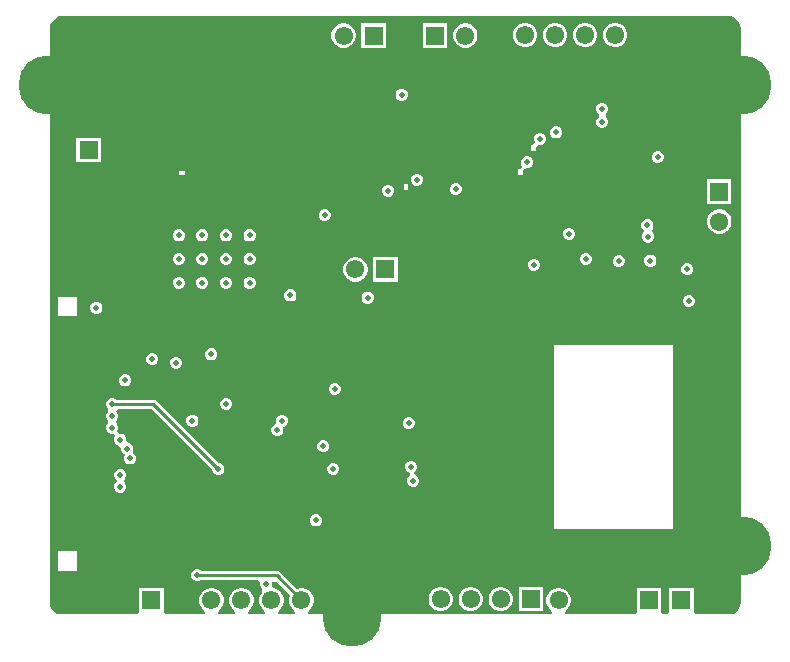
<source format=gbr>
%TF.GenerationSoftware,Altium Limited,Altium Designer,25.7.1 (20)*%
G04 Layer_Physical_Order=2*
G04 Layer_Color=36540*
%FSLAX45Y45*%
%MOMM*%
%TF.SameCoordinates,C331EA04-0F80-4B25-860E-1567A5D6E8FC*%
%TF.FilePolarity,Positive*%
%TF.FileFunction,Copper,L2,Inr,Signal*%
%TF.Part,Single*%
G01*
G75*
%TA.AperFunction,Conductor*%
%ADD10C,0.25400*%
%TA.AperFunction,ComponentPad*%
%ADD48R,1.55000X1.55000*%
%ADD49C,1.55000*%
%ADD50R,1.55000X1.55000*%
%TA.AperFunction,ViaPad*%
%ADD51C,0.50800*%
%ADD52C,5.00000*%
%ADD53C,0.50000*%
G36*
X5783304Y5084789D02*
X5804083Y5076182D01*
X5822784Y5063687D01*
X5838688Y5047783D01*
X5851182Y5029083D01*
X5859789Y5008304D01*
X5864177Y4986245D01*
Y4730983D01*
X5853285Y4709652D01*
X5814831Y4702003D01*
X5813910Y4701387D01*
X5812801D01*
X5776579Y4686383D01*
X5775795Y4685599D01*
X5774707Y4685383D01*
X5742108Y4663601D01*
X5741492Y4662679D01*
X5740468Y4662255D01*
X5712745Y4634532D01*
X5712321Y4633507D01*
X5711399Y4632891D01*
X5689617Y4600292D01*
X5689400Y4599205D01*
X5688617Y4598421D01*
X5673613Y4562199D01*
Y4561090D01*
X5672997Y4560168D01*
X5665348Y4521715D01*
X5665564Y4520628D01*
X5665140Y4519603D01*
Y4480397D01*
X5665564Y4479372D01*
X5665348Y4478285D01*
X5672997Y4439832D01*
X5673613Y4438910D01*
Y4437801D01*
X5688617Y4401579D01*
X5689400Y4400795D01*
X5689617Y4399707D01*
X5711399Y4367109D01*
X5712321Y4366493D01*
X5712745Y4365469D01*
X5740468Y4337745D01*
X5741493Y4337321D01*
X5742108Y4336399D01*
X5774708Y4314617D01*
X5775795Y4314401D01*
X5776579Y4313617D01*
X5812801Y4298613D01*
X5813910D01*
X5814831Y4297997D01*
X5853285Y4290348D01*
X5864177Y4269017D01*
Y830983D01*
X5853285Y809652D01*
X5814831Y802003D01*
X5813910Y801387D01*
X5812801D01*
X5776579Y786383D01*
X5775795Y785600D01*
X5774707Y785383D01*
X5742108Y763601D01*
X5741492Y762679D01*
X5740468Y762255D01*
X5712745Y734532D01*
X5712321Y733507D01*
X5711399Y732892D01*
X5689617Y700292D01*
X5689400Y699205D01*
X5688617Y698421D01*
X5673613Y662199D01*
Y661090D01*
X5672997Y660169D01*
X5665348Y621715D01*
X5665564Y620628D01*
X5665140Y619604D01*
Y580397D01*
X5665564Y579372D01*
X5665348Y578285D01*
X5672997Y539832D01*
X5673613Y538910D01*
Y537801D01*
X5688617Y501579D01*
X5689400Y500796D01*
X5689617Y499708D01*
X5711399Y467109D01*
X5712321Y466493D01*
X5712745Y465469D01*
X5740468Y437745D01*
X5741493Y437321D01*
X5742108Y436399D01*
X5774708Y414617D01*
X5775795Y414401D01*
X5776579Y413617D01*
X5812801Y398613D01*
X5813910D01*
X5814831Y397997D01*
X5853285Y390348D01*
X5864177Y369018D01*
Y113754D01*
X5859789Y91695D01*
X5851182Y70916D01*
X5838687Y52216D01*
X5822783Y36312D01*
X5804083Y23817D01*
X5794867Y20000D01*
X5481217D01*
X5462900Y37100D01*
X5462900Y45400D01*
Y242900D01*
X5257100D01*
Y45400D01*
X5257099Y37100D01*
X5238783Y20000D01*
X5205216D01*
X5186900Y37100D01*
X5186899Y45400D01*
Y242900D01*
X4981100D01*
Y45400D01*
X4981099Y37100D01*
X4962783Y20000D01*
X4375251D01*
X4373329Y23229D01*
X4382108Y57039D01*
X4383182Y57660D01*
X4402340Y76818D01*
X4415888Y100282D01*
X4422900Y126453D01*
Y153547D01*
X4415888Y179718D01*
X4402340Y203182D01*
X4383182Y222340D01*
X4359718Y235888D01*
X4333547Y242900D01*
X4306453D01*
X4280282Y235888D01*
X4256818Y222340D01*
X4237660Y203182D01*
X4224112Y179718D01*
X4217100Y153547D01*
Y126453D01*
X4224112Y100282D01*
X4237660Y76818D01*
X4256818Y57660D01*
X4257892Y57039D01*
X4266671Y23229D01*
X4264749Y20000D01*
X2808919D01*
X2784652Y21715D01*
X2777003Y60168D01*
X2776387Y61090D01*
Y62199D01*
X2761383Y98421D01*
X2760600Y99205D01*
X2760383Y100292D01*
X2738601Y132891D01*
X2737679Y133507D01*
X2737255Y134531D01*
X2709532Y162255D01*
X2708507Y162679D01*
X2707891Y163601D01*
X2675292Y185383D01*
X2674205Y185599D01*
X2673421Y186383D01*
X2637199Y201387D01*
X2636090D01*
X2635168Y202003D01*
X2596715Y209652D01*
X2595628Y209435D01*
X2594603Y209860D01*
X2555397D01*
X2554372Y209435D01*
X2553285Y209652D01*
X2514832Y202003D01*
X2513910Y201387D01*
X2512801D01*
X2476579Y186383D01*
X2475795Y185599D01*
X2474708Y185383D01*
X2442109Y163601D01*
X2441493Y162679D01*
X2440469Y162255D01*
X2412745Y134532D01*
X2412321Y133507D01*
X2411399Y132891D01*
X2389617Y100292D01*
X2389401Y99205D01*
X2388617Y98421D01*
X2373613Y62199D01*
Y61090D01*
X2372997Y60168D01*
X2365348Y21715D01*
X2341081Y20000D01*
X2197251D01*
X2195328Y23229D01*
X2204107Y57039D01*
X2205182Y57660D01*
X2224340Y76818D01*
X2237887Y100282D01*
X2244900Y126453D01*
Y153547D01*
X2237887Y179718D01*
X2224340Y203182D01*
X2205182Y222340D01*
X2181718Y235888D01*
X2155547Y242900D01*
X2128453D01*
X2102282Y235888D01*
X2101500Y235436D01*
X1959468Y377469D01*
X1946866Y385889D01*
X1932000Y388847D01*
X1292996D01*
X1288776Y393066D01*
X1270105Y400800D01*
X1249895D01*
X1231224Y393066D01*
X1216934Y378776D01*
X1209200Y360105D01*
Y339895D01*
X1216934Y321224D01*
X1231224Y306934D01*
X1249895Y299200D01*
X1270105D01*
X1288776Y306934D01*
X1292996Y311154D01*
X1770426D01*
X1789200Y290104D01*
Y269895D01*
X1796934Y251224D01*
X1808515Y239643D01*
X1811227Y236765D01*
X1811715Y209238D01*
X1805659Y203182D01*
X1792112Y179718D01*
X1785100Y153547D01*
Y126453D01*
X1792112Y100282D01*
X1805659Y76818D01*
X1824818Y57660D01*
X1825892Y57039D01*
X1834671Y23229D01*
X1832749Y20000D01*
X1689251D01*
X1687328Y23229D01*
X1696107Y57039D01*
X1697182Y57660D01*
X1716340Y76818D01*
X1729887Y100282D01*
X1736900Y126453D01*
Y153547D01*
X1729887Y179718D01*
X1716340Y203182D01*
X1697182Y222340D01*
X1673718Y235888D01*
X1647547Y242900D01*
X1620453D01*
X1594282Y235888D01*
X1570818Y222340D01*
X1551659Y203182D01*
X1538112Y179718D01*
X1531100Y153547D01*
Y126453D01*
X1538112Y100282D01*
X1551659Y76818D01*
X1570818Y57660D01*
X1571892Y57039D01*
X1580671Y23229D01*
X1578749Y20000D01*
X1435251D01*
X1433328Y23229D01*
X1442107Y57039D01*
X1443182Y57660D01*
X1462340Y76818D01*
X1475887Y100282D01*
X1482900Y126453D01*
Y153547D01*
X1475887Y179718D01*
X1462340Y203182D01*
X1443182Y222340D01*
X1419718Y235888D01*
X1393547Y242900D01*
X1366453D01*
X1340282Y235888D01*
X1316818Y222340D01*
X1297659Y203182D01*
X1284112Y179718D01*
X1277100Y153547D01*
Y126453D01*
X1284112Y100282D01*
X1297659Y76818D01*
X1316818Y57660D01*
X1317892Y57039D01*
X1326671Y23229D01*
X1324749Y20000D01*
X993217D01*
X974900Y37100D01*
X974900Y45400D01*
Y242900D01*
X769100D01*
Y45400D01*
X769100Y37100D01*
X750783Y20000D01*
X80132D01*
X70916Y23817D01*
X52216Y36312D01*
X36312Y52217D01*
X23817Y70916D01*
X15210Y91696D01*
X10823Y113754D01*
Y125000D01*
Y4269017D01*
X21715Y4290348D01*
X60168Y4297997D01*
X61090Y4298613D01*
X62199D01*
X98421Y4313616D01*
X99205Y4314400D01*
X100292Y4314616D01*
X132891Y4336399D01*
X133507Y4337321D01*
X134531Y4337745D01*
X162255Y4365468D01*
X162679Y4366492D01*
X163601Y4367108D01*
X185383Y4399707D01*
X185599Y4400795D01*
X186383Y4401579D01*
X201387Y4437801D01*
Y4438909D01*
X202003Y4439831D01*
X209652Y4478284D01*
X209435Y4479372D01*
X209860Y4480396D01*
Y4519603D01*
X209435Y4520627D01*
X209652Y4521715D01*
X202003Y4560168D01*
X201387Y4561090D01*
Y4562198D01*
X186383Y4598420D01*
X185599Y4599204D01*
X185383Y4600292D01*
X163601Y4632891D01*
X162679Y4633507D01*
X162255Y4634531D01*
X134532Y4662254D01*
X133507Y4662679D01*
X132891Y4663600D01*
X100292Y4685383D01*
X99205Y4685599D01*
X98421Y4686383D01*
X62199Y4701386D01*
X61090D01*
X60168Y4702002D01*
X21715Y4709651D01*
X10823Y4730982D01*
Y4986245D01*
X15210Y5008304D01*
X23817Y5029083D01*
X36312Y5047784D01*
X52217Y5063688D01*
X70916Y5076182D01*
X91696Y5084789D01*
X113754Y5089177D01*
X5761245D01*
X5783304Y5084789D01*
D02*
G37*
G36*
X2046563Y180499D02*
X2046112Y179718D01*
X2039100Y153547D01*
Y126453D01*
X2046112Y100282D01*
X2059659Y76818D01*
X2078818Y57660D01*
X2079892Y57039D01*
X2088671Y23229D01*
X2086749Y20000D01*
X1943251D01*
X1941328Y23229D01*
X1950107Y57039D01*
X1951182Y57660D01*
X1970340Y76818D01*
X1983887Y100282D01*
X1990900Y126453D01*
Y153547D01*
X1983887Y179718D01*
X1970340Y203182D01*
X1951182Y222340D01*
X1927718Y235888D01*
X1906555Y241558D01*
X1896184Y254842D01*
X1890139Y268300D01*
X1890800Y269895D01*
Y290104D01*
X1896555Y296557D01*
X1929638Y297424D01*
X2046563Y180499D01*
D02*
G37*
%LPC*%
G36*
X4812547Y5027900D02*
X4785453D01*
X4759282Y5020888D01*
X4735818Y5007341D01*
X4716660Y4988182D01*
X4703113Y4964718D01*
X4696100Y4938547D01*
Y4911453D01*
X4703113Y4885282D01*
X4716660Y4861818D01*
X4735818Y4842660D01*
X4759282Y4829113D01*
X4785453Y4822100D01*
X4812547D01*
X4838718Y4829113D01*
X4862182Y4842660D01*
X4881341Y4861818D01*
X4894888Y4885282D01*
X4901900Y4911453D01*
Y4938547D01*
X4894888Y4964718D01*
X4881341Y4988182D01*
X4862182Y5007341D01*
X4838718Y5020888D01*
X4812547Y5027900D01*
D02*
G37*
G36*
X4558547D02*
X4531453D01*
X4505282Y5020888D01*
X4481818Y5007341D01*
X4462660Y4988182D01*
X4449113Y4964718D01*
X4442100Y4938547D01*
Y4911453D01*
X4449113Y4885282D01*
X4462660Y4861818D01*
X4481818Y4842660D01*
X4505282Y4829113D01*
X4531453Y4822100D01*
X4558547D01*
X4584718Y4829113D01*
X4608182Y4842660D01*
X4627341Y4861818D01*
X4640888Y4885282D01*
X4647900Y4911453D01*
Y4938547D01*
X4640888Y4964718D01*
X4627341Y4988182D01*
X4608182Y5007341D01*
X4584718Y5020888D01*
X4558547Y5027900D01*
D02*
G37*
G36*
X4304547D02*
X4277453D01*
X4251282Y5020888D01*
X4227818Y5007341D01*
X4208660Y4988182D01*
X4195113Y4964718D01*
X4188100Y4938547D01*
Y4911453D01*
X4195113Y4885282D01*
X4208660Y4861818D01*
X4227818Y4842660D01*
X4251282Y4829113D01*
X4277453Y4822100D01*
X4304547D01*
X4330718Y4829113D01*
X4354182Y4842660D01*
X4373341Y4861818D01*
X4386888Y4885282D01*
X4393900Y4911453D01*
Y4938547D01*
X4386888Y4964718D01*
X4373341Y4988182D01*
X4354182Y5007341D01*
X4330718Y5020888D01*
X4304547Y5027900D01*
D02*
G37*
G36*
X4050547D02*
X4023453D01*
X3997282Y5020888D01*
X3973818Y5007341D01*
X3954660Y4988182D01*
X3941113Y4964718D01*
X3934100Y4938547D01*
Y4911453D01*
X3941113Y4885282D01*
X3954660Y4861818D01*
X3973818Y4842660D01*
X3997282Y4829113D01*
X4023453Y4822100D01*
X4050547D01*
X4076718Y4829113D01*
X4100182Y4842660D01*
X4119341Y4861818D01*
X4132888Y4885282D01*
X4139900Y4911453D01*
Y4938547D01*
X4132888Y4964718D01*
X4119341Y4988182D01*
X4100182Y5007341D01*
X4076718Y5020888D01*
X4050547Y5027900D01*
D02*
G37*
G36*
X3543547Y5022900D02*
X3516453D01*
X3490282Y5015888D01*
X3466818Y5002341D01*
X3447660Y4983182D01*
X3434113Y4959718D01*
X3427100Y4933547D01*
Y4906453D01*
X3434113Y4880282D01*
X3447660Y4856818D01*
X3466818Y4837660D01*
X3490282Y4824113D01*
X3516453Y4817100D01*
X3543547D01*
X3569718Y4824113D01*
X3593182Y4837660D01*
X3612341Y4856818D01*
X3625888Y4880282D01*
X3632900Y4906453D01*
Y4933547D01*
X3625888Y4959718D01*
X3612341Y4983182D01*
X3593182Y5002341D01*
X3569718Y5015888D01*
X3543547Y5022900D01*
D02*
G37*
G36*
X3378900D02*
X3173100D01*
Y4817100D01*
X3378900D01*
Y5022900D01*
D02*
G37*
G36*
X2856900D02*
X2651100D01*
Y4817100D01*
X2856900D01*
Y5022900D01*
D02*
G37*
G36*
X2513547D02*
X2486453D01*
X2460282Y5015888D01*
X2436818Y5002341D01*
X2417660Y4983182D01*
X2404113Y4959718D01*
X2397100Y4933547D01*
Y4906453D01*
X2404113Y4880282D01*
X2417660Y4856818D01*
X2436818Y4837660D01*
X2460282Y4824113D01*
X2486453Y4817100D01*
X2513547D01*
X2539718Y4824113D01*
X2563182Y4837660D01*
X2582341Y4856818D01*
X2595888Y4880282D01*
X2602900Y4906453D01*
Y4933547D01*
X2595888Y4959718D01*
X2582341Y4983182D01*
X2563182Y5002341D01*
X2539718Y5015888D01*
X2513547Y5022900D01*
D02*
G37*
G36*
X3000105Y4470800D02*
X2979895D01*
X2961224Y4463066D01*
X2946934Y4448776D01*
X2939200Y4430105D01*
Y4409895D01*
X2946934Y4391224D01*
X2961224Y4376934D01*
X2979895Y4369200D01*
X3000105D01*
X3018776Y4376934D01*
X3033066Y4391224D01*
X3040800Y4409895D01*
Y4430105D01*
X3033066Y4448776D01*
X3018776Y4463066D01*
X3000105Y4470800D01*
D02*
G37*
G36*
X4700105Y4350800D02*
X4679895D01*
X4661224Y4343066D01*
X4646934Y4328776D01*
X4639200Y4310105D01*
Y4289895D01*
X4646934Y4271224D01*
X4659696Y4258462D01*
X4660302Y4247205D01*
X4658724Y4230566D01*
X4644434Y4216276D01*
X4636700Y4197605D01*
Y4177395D01*
X4644434Y4158724D01*
X4658724Y4144434D01*
X4677395Y4136700D01*
X4697605D01*
X4716276Y4144434D01*
X4730566Y4158724D01*
X4738300Y4177395D01*
Y4197605D01*
X4730566Y4216276D01*
X4717804Y4229038D01*
X4717198Y4240295D01*
X4718776Y4256934D01*
X4733066Y4271224D01*
X4740800Y4289895D01*
Y4310105D01*
X4733066Y4328776D01*
X4718776Y4343066D01*
X4700105Y4350800D01*
D02*
G37*
G36*
X4310105Y4150800D02*
X4289895D01*
X4271224Y4143066D01*
X4256934Y4128776D01*
X4249200Y4110105D01*
Y4089895D01*
X4256934Y4071224D01*
X4271224Y4056934D01*
X4289895Y4049200D01*
X4310105D01*
X4328776Y4056934D01*
X4343066Y4071224D01*
X4350800Y4089895D01*
Y4110105D01*
X4343066Y4128776D01*
X4328776Y4143066D01*
X4310105Y4150800D01*
D02*
G37*
G36*
X4173765Y4097140D02*
X4153555D01*
X4134884Y4089406D01*
X4120594Y4075116D01*
X4112860Y4056445D01*
Y4036236D01*
X4119253Y4020800D01*
X4113923Y4006817D01*
X4106837Y3995400D01*
X4090000D01*
Y3944600D01*
X4125560D01*
Y3979643D01*
X4150352Y3996867D01*
X4153555Y3995540D01*
X4173765D01*
X4192436Y4003274D01*
X4206726Y4017564D01*
X4214460Y4036236D01*
Y4056445D01*
X4206726Y4075116D01*
X4192436Y4089406D01*
X4173765Y4097140D01*
D02*
G37*
G36*
X442900Y4056900D02*
X237100D01*
Y3851100D01*
X442900D01*
Y4056900D01*
D02*
G37*
G36*
X5170105Y3940800D02*
X5149895D01*
X5131224Y3933066D01*
X5116934Y3918776D01*
X5109200Y3900105D01*
Y3879895D01*
X5116934Y3861224D01*
X5131224Y3846934D01*
X5149895Y3839200D01*
X5170105D01*
X5188776Y3846934D01*
X5203066Y3861224D01*
X5210800Y3879895D01*
Y3900105D01*
X5203066Y3918776D01*
X5188776Y3933066D01*
X5170105Y3940800D01*
D02*
G37*
G36*
X4063765Y3897140D02*
X4043555D01*
X4024884Y3889406D01*
X4010594Y3875116D01*
X4002860Y3856445D01*
Y3836235D01*
X4005132Y3830751D01*
X4008630Y3806799D01*
X4001837Y3790400D01*
X3994701Y3790400D01*
X3994701Y3790400D01*
X3994616Y3790400D01*
X3980000D01*
Y3739600D01*
X4015560D01*
X4015560Y3779643D01*
X4029657Y3791189D01*
X4053255Y3795540D01*
X4063765D01*
X4082436Y3803274D01*
X4096726Y3817564D01*
X4104460Y3836235D01*
Y3856445D01*
X4096726Y3875116D01*
X4082436Y3889406D01*
X4063765Y3897140D01*
D02*
G37*
G36*
X1155400Y3777780D02*
X1104600D01*
Y3742220D01*
X1155400D01*
Y3777780D01*
D02*
G37*
G36*
X3130105Y3750800D02*
X3109895D01*
X3091224Y3743066D01*
X3076934Y3728776D01*
X3069200Y3710105D01*
Y3689895D01*
X3076934Y3671224D01*
X3091224Y3656934D01*
X3109895Y3649200D01*
X3130105D01*
X3148776Y3656934D01*
X3163066Y3671224D01*
X3170800Y3689895D01*
Y3710105D01*
X3163066Y3728776D01*
X3148776Y3743066D01*
X3130105Y3750800D01*
D02*
G37*
G36*
X3047780Y3660400D02*
X3012220D01*
Y3609600D01*
X3047780D01*
Y3660400D01*
D02*
G37*
G36*
X3460105Y3670800D02*
X3439895D01*
X3421224Y3663066D01*
X3406934Y3648776D01*
X3399200Y3630105D01*
Y3609895D01*
X3406934Y3591224D01*
X3421224Y3576934D01*
X3439895Y3569200D01*
X3460105D01*
X3478776Y3576934D01*
X3493066Y3591224D01*
X3500800Y3609895D01*
Y3630105D01*
X3493066Y3648776D01*
X3478776Y3663066D01*
X3460105Y3670800D01*
D02*
G37*
G36*
X2887605Y3658300D02*
X2867395D01*
X2848724Y3650566D01*
X2834434Y3636276D01*
X2826700Y3617605D01*
Y3597395D01*
X2834434Y3578724D01*
X2848724Y3564434D01*
X2867395Y3556700D01*
X2887605D01*
X2906276Y3564434D01*
X2920566Y3578724D01*
X2928300Y3597395D01*
Y3617605D01*
X2920566Y3636276D01*
X2906276Y3650566D01*
X2887605Y3658300D01*
D02*
G37*
G36*
X5782900Y3702900D02*
X5577100D01*
Y3497100D01*
X5782900D01*
Y3702900D01*
D02*
G37*
G36*
X2350105Y3450800D02*
X2329895D01*
X2311224Y3443066D01*
X2296934Y3428776D01*
X2289200Y3410105D01*
Y3389895D01*
X2296934Y3371224D01*
X2311224Y3356934D01*
X2329895Y3349200D01*
X2350105D01*
X2368776Y3356934D01*
X2383066Y3371224D01*
X2390800Y3389895D01*
Y3410105D01*
X2383066Y3428776D01*
X2368776Y3443066D01*
X2350105Y3450800D01*
D02*
G37*
G36*
X5693547Y3448900D02*
X5666453D01*
X5640282Y3441887D01*
X5616818Y3428340D01*
X5597660Y3409182D01*
X5584113Y3385718D01*
X5577100Y3359547D01*
Y3332453D01*
X5584113Y3306282D01*
X5597660Y3282818D01*
X5616818Y3263659D01*
X5640282Y3250112D01*
X5666453Y3243100D01*
X5693547D01*
X5719718Y3250112D01*
X5743182Y3263659D01*
X5762341Y3282818D01*
X5775888Y3306282D01*
X5782900Y3332453D01*
Y3359547D01*
X5775888Y3385718D01*
X5762341Y3409182D01*
X5743182Y3428340D01*
X5719718Y3441887D01*
X5693547Y3448900D01*
D02*
G37*
G36*
X4420522Y3292017D02*
X4400313D01*
X4381642Y3284284D01*
X4367351Y3269993D01*
X4359618Y3251322D01*
Y3231113D01*
X4367351Y3212441D01*
X4381642Y3198151D01*
X4400313Y3190417D01*
X4420522D01*
X4439194Y3198151D01*
X4453484Y3212441D01*
X4461218Y3231113D01*
Y3251322D01*
X4453484Y3269993D01*
X4439194Y3284284D01*
X4420522Y3292017D01*
D02*
G37*
G36*
X1713810Y3278506D02*
X1693601D01*
X1674930Y3270772D01*
X1660639Y3256481D01*
X1652906Y3237810D01*
Y3217601D01*
X1660639Y3198930D01*
X1674930Y3184639D01*
X1693601Y3176906D01*
X1713810D01*
X1732481Y3184639D01*
X1746772Y3198930D01*
X1754506Y3217601D01*
Y3237810D01*
X1746772Y3256481D01*
X1732481Y3270772D01*
X1713810Y3278506D01*
D02*
G37*
G36*
X1513810D02*
X1493601D01*
X1474929Y3270772D01*
X1460639Y3256481D01*
X1452905Y3237810D01*
Y3217601D01*
X1460639Y3198930D01*
X1474929Y3184639D01*
X1493601Y3176906D01*
X1513810D01*
X1532481Y3184639D01*
X1546772Y3198930D01*
X1554505Y3217601D01*
Y3237810D01*
X1546772Y3256481D01*
X1532481Y3270772D01*
X1513810Y3278506D01*
D02*
G37*
G36*
X1313810D02*
X1293601D01*
X1274929Y3270772D01*
X1260639Y3256481D01*
X1252905Y3237810D01*
Y3217601D01*
X1260639Y3198930D01*
X1274929Y3184639D01*
X1293601Y3176906D01*
X1313810D01*
X1332481Y3184639D01*
X1346772Y3198930D01*
X1354505Y3217601D01*
Y3237810D01*
X1346772Y3256481D01*
X1332481Y3270772D01*
X1313810Y3278506D01*
D02*
G37*
G36*
X1113810D02*
X1093601D01*
X1074929Y3270772D01*
X1060639Y3256481D01*
X1052905Y3237810D01*
Y3217601D01*
X1060639Y3198930D01*
X1074929Y3184639D01*
X1093601Y3176906D01*
X1113810D01*
X1132481Y3184639D01*
X1146771Y3198930D01*
X1154505Y3217601D01*
Y3237810D01*
X1146771Y3256481D01*
X1132481Y3270772D01*
X1113810Y3278506D01*
D02*
G37*
G36*
X5082457Y3363153D02*
X5062248D01*
X5043577Y3355419D01*
X5029287Y3341129D01*
X5021553Y3322457D01*
Y3302248D01*
X5029287Y3283577D01*
X5033917Y3278946D01*
X5042937Y3267683D01*
X5034164Y3245693D01*
X5026652Y3227556D01*
Y3207347D01*
X5034385Y3188676D01*
X5048676Y3174385D01*
X5067347Y3166652D01*
X5087556D01*
X5106228Y3174385D01*
X5120518Y3188676D01*
X5128252Y3207347D01*
Y3227556D01*
X5120518Y3246227D01*
X5115887Y3250858D01*
X5106867Y3262121D01*
X5115641Y3284112D01*
X5123153Y3302248D01*
Y3322457D01*
X5115419Y3341129D01*
X5101129Y3355419D01*
X5082457Y3363153D01*
D02*
G37*
G36*
X4560105Y3080173D02*
X4539895D01*
X4521224Y3072440D01*
X4506934Y3058149D01*
X4499200Y3039478D01*
Y3019269D01*
X4506934Y3000598D01*
X4521224Y2986307D01*
X4539895Y2978573D01*
X4560105D01*
X4578776Y2986307D01*
X4593066Y3000598D01*
X4600800Y3019269D01*
Y3039478D01*
X4593066Y3058149D01*
X4578776Y3072440D01*
X4560105Y3080173D01*
D02*
G37*
G36*
X1713810Y3078505D02*
X1693601D01*
X1674930Y3070772D01*
X1660639Y3056481D01*
X1652906Y3037810D01*
Y3017601D01*
X1660639Y2998929D01*
X1674930Y2984639D01*
X1693601Y2976905D01*
X1713810D01*
X1732481Y2984639D01*
X1746772Y2998929D01*
X1754506Y3017601D01*
Y3037810D01*
X1746772Y3056481D01*
X1732481Y3070772D01*
X1713810Y3078505D01*
D02*
G37*
G36*
X1513810D02*
X1493601D01*
X1474929Y3070772D01*
X1460639Y3056481D01*
X1452905Y3037810D01*
Y3017601D01*
X1460639Y2998929D01*
X1474929Y2984639D01*
X1493601Y2976905D01*
X1513810D01*
X1532481Y2984639D01*
X1546772Y2998929D01*
X1554505Y3017601D01*
Y3037810D01*
X1546772Y3056481D01*
X1532481Y3070772D01*
X1513810Y3078505D01*
D02*
G37*
G36*
X1313810D02*
X1293601D01*
X1274929Y3070772D01*
X1260639Y3056481D01*
X1252905Y3037810D01*
Y3017601D01*
X1260639Y2998929D01*
X1274929Y2984639D01*
X1293601Y2976905D01*
X1313810D01*
X1332481Y2984639D01*
X1346772Y2998929D01*
X1354505Y3017601D01*
Y3037810D01*
X1346772Y3056481D01*
X1332481Y3070772D01*
X1313810Y3078505D01*
D02*
G37*
G36*
X1113810D02*
X1093601D01*
X1074929Y3070772D01*
X1060639Y3056481D01*
X1052905Y3037810D01*
Y3017601D01*
X1060639Y2998929D01*
X1074929Y2984639D01*
X1093601Y2976905D01*
X1113810D01*
X1132481Y2984639D01*
X1146771Y2998929D01*
X1154505Y3017601D01*
Y3037810D01*
X1146771Y3056481D01*
X1132481Y3070772D01*
X1113810Y3078505D01*
D02*
G37*
G36*
X5107703Y3065899D02*
X5087494D01*
X5068823Y3058165D01*
X5054532Y3043875D01*
X5046799Y3025203D01*
Y3004994D01*
X5054532Y2986323D01*
X5068823Y2972032D01*
X5087494Y2964299D01*
X5107703D01*
X5126375Y2972032D01*
X5140665Y2986323D01*
X5148399Y3004994D01*
Y3025203D01*
X5140665Y3043875D01*
X5126375Y3058165D01*
X5107703Y3065899D01*
D02*
G37*
G36*
X4840105Y3060800D02*
X4819895D01*
X4801224Y3053066D01*
X4786934Y3038776D01*
X4779200Y3020105D01*
Y2999895D01*
X4786934Y2981224D01*
X4801224Y2966934D01*
X4819895Y2959200D01*
X4840105D01*
X4858776Y2966934D01*
X4873066Y2981224D01*
X4880800Y2999895D01*
Y3020105D01*
X4873066Y3038776D01*
X4858776Y3053066D01*
X4840105Y3060800D01*
D02*
G37*
G36*
X4120105Y3030800D02*
X4099895D01*
X4081224Y3023066D01*
X4066934Y3008776D01*
X4059200Y2990105D01*
Y2969895D01*
X4066934Y2951224D01*
X4081224Y2936934D01*
X4099895Y2929200D01*
X4120105D01*
X4138776Y2936934D01*
X4153066Y2951224D01*
X4160800Y2969895D01*
Y2990105D01*
X4153066Y3008776D01*
X4138776Y3023066D01*
X4120105Y3030800D01*
D02*
G37*
G36*
X5418756Y2991951D02*
X5398546D01*
X5379875Y2984217D01*
X5365585Y2969927D01*
X5357851Y2951256D01*
Y2931046D01*
X5365585Y2912375D01*
X5379875Y2898085D01*
X5398546Y2890351D01*
X5418756D01*
X5437427Y2898085D01*
X5451717Y2912375D01*
X5459451Y2931046D01*
Y2951256D01*
X5451717Y2969927D01*
X5437427Y2984217D01*
X5418756Y2991951D01*
D02*
G37*
G36*
X2956900Y3042900D02*
X2751100D01*
Y2837100D01*
X2956900D01*
Y3042900D01*
D02*
G37*
G36*
X2613547D02*
X2586453D01*
X2560282Y3035888D01*
X2536818Y3022340D01*
X2517659Y3003182D01*
X2504112Y2979718D01*
X2497100Y2953547D01*
Y2926453D01*
X2504112Y2900282D01*
X2517659Y2876818D01*
X2536818Y2857660D01*
X2560282Y2844112D01*
X2586453Y2837100D01*
X2613547D01*
X2639718Y2844112D01*
X2663182Y2857660D01*
X2682340Y2876818D01*
X2695887Y2900282D01*
X2702900Y2926453D01*
Y2953547D01*
X2695887Y2979718D01*
X2682340Y3003182D01*
X2663182Y3022340D01*
X2639718Y3035888D01*
X2613547Y3042900D01*
D02*
G37*
G36*
X1713810Y2878505D02*
X1693601D01*
X1674930Y2870771D01*
X1660639Y2856481D01*
X1652906Y2837810D01*
Y2817601D01*
X1660639Y2798929D01*
X1674930Y2784639D01*
X1693601Y2776905D01*
X1713810D01*
X1732481Y2784639D01*
X1746772Y2798929D01*
X1754506Y2817601D01*
Y2837810D01*
X1746772Y2856481D01*
X1732481Y2870771D01*
X1713810Y2878505D01*
D02*
G37*
G36*
X1513810D02*
X1493601D01*
X1474929Y2870771D01*
X1460639Y2856481D01*
X1452905Y2837810D01*
Y2817601D01*
X1460639Y2798929D01*
X1474929Y2784639D01*
X1493601Y2776905D01*
X1513810D01*
X1532481Y2784639D01*
X1546772Y2798929D01*
X1554505Y2817601D01*
Y2837810D01*
X1546772Y2856481D01*
X1532481Y2870771D01*
X1513810Y2878505D01*
D02*
G37*
G36*
X1313810D02*
X1293601D01*
X1274929Y2870771D01*
X1260639Y2856481D01*
X1252905Y2837810D01*
Y2817601D01*
X1260639Y2798929D01*
X1274929Y2784639D01*
X1293601Y2776905D01*
X1313810D01*
X1332481Y2784639D01*
X1346772Y2798929D01*
X1354505Y2817601D01*
Y2837810D01*
X1346772Y2856481D01*
X1332481Y2870771D01*
X1313810Y2878505D01*
D02*
G37*
G36*
X1113810D02*
X1093601D01*
X1074929Y2870771D01*
X1060639Y2856481D01*
X1052905Y2837810D01*
Y2817601D01*
X1060639Y2798929D01*
X1074929Y2784639D01*
X1093601Y2776905D01*
X1113810D01*
X1132481Y2784639D01*
X1146771Y2798929D01*
X1154505Y2817601D01*
Y2837810D01*
X1146771Y2856481D01*
X1132481Y2870771D01*
X1113810Y2878505D01*
D02*
G37*
G36*
X2060105Y2770800D02*
X2039895D01*
X2021224Y2763066D01*
X2006934Y2748776D01*
X1999200Y2730105D01*
Y2709895D01*
X2006934Y2691224D01*
X2021224Y2676934D01*
X2039895Y2669200D01*
X2060105D01*
X2078776Y2676934D01*
X2093066Y2691224D01*
X2100800Y2709895D01*
Y2730105D01*
X2093066Y2748776D01*
X2078776Y2763066D01*
X2060105Y2770800D01*
D02*
G37*
G36*
X2712605Y2753300D02*
X2692395D01*
X2673724Y2745566D01*
X2659434Y2731276D01*
X2651700Y2712605D01*
Y2692395D01*
X2659434Y2673724D01*
X2673724Y2659434D01*
X2692395Y2651700D01*
X2712605D01*
X2731276Y2659434D01*
X2745566Y2673724D01*
X2753300Y2692395D01*
Y2712605D01*
X2745566Y2731276D01*
X2731276Y2745566D01*
X2712605Y2753300D01*
D02*
G37*
G36*
X5432672Y2723367D02*
X5412463D01*
X5393791Y2715633D01*
X5379501Y2701343D01*
X5371767Y2682672D01*
Y2662463D01*
X5379501Y2643791D01*
X5393791Y2629501D01*
X5412463Y2621767D01*
X5432672D01*
X5451343Y2629501D01*
X5465633Y2643791D01*
X5473367Y2662463D01*
Y2682672D01*
X5465633Y2701343D01*
X5451343Y2715633D01*
X5432672Y2723367D01*
D02*
G37*
G36*
X417605Y2665800D02*
X397395D01*
X378724Y2658066D01*
X364434Y2643776D01*
X356700Y2625105D01*
Y2604895D01*
X364434Y2586224D01*
X378724Y2571934D01*
X397395Y2564200D01*
X417605D01*
X436276Y2571934D01*
X450566Y2586224D01*
X458300Y2604895D01*
Y2625105D01*
X450566Y2643776D01*
X436276Y2658066D01*
X417605Y2665800D01*
D02*
G37*
G36*
X242500Y2710000D02*
X82500D01*
Y2545000D01*
X242500D01*
Y2710000D01*
D02*
G37*
G36*
X1390105Y2270800D02*
X1369895D01*
X1351224Y2263066D01*
X1336934Y2248776D01*
X1329200Y2230105D01*
Y2209895D01*
X1336934Y2191224D01*
X1351224Y2176934D01*
X1369895Y2169200D01*
X1390105D01*
X1408776Y2176934D01*
X1423066Y2191224D01*
X1430800Y2209895D01*
Y2230105D01*
X1423066Y2248776D01*
X1408776Y2263066D01*
X1390105Y2270800D01*
D02*
G37*
G36*
X890105Y2230800D02*
X869895D01*
X851224Y2223066D01*
X836934Y2208776D01*
X829200Y2190105D01*
Y2169895D01*
X836934Y2151224D01*
X851224Y2136934D01*
X869895Y2129200D01*
X890105D01*
X908776Y2136934D01*
X923066Y2151224D01*
X930800Y2169895D01*
Y2190105D01*
X923066Y2208776D01*
X908776Y2223066D01*
X890105Y2230800D01*
D02*
G37*
G36*
X1090105Y2200800D02*
X1069895D01*
X1051224Y2193066D01*
X1036934Y2178776D01*
X1029200Y2160105D01*
Y2139895D01*
X1036934Y2121224D01*
X1051224Y2106934D01*
X1069895Y2099200D01*
X1090105D01*
X1108776Y2106934D01*
X1123066Y2121224D01*
X1130800Y2139895D01*
Y2160105D01*
X1123066Y2178776D01*
X1108776Y2193066D01*
X1090105Y2200800D01*
D02*
G37*
G36*
X660105Y2050800D02*
X639895D01*
X621224Y2043066D01*
X606934Y2028776D01*
X599200Y2010105D01*
Y1989895D01*
X606934Y1971224D01*
X621224Y1956934D01*
X639895Y1949200D01*
X660105D01*
X678776Y1956934D01*
X693066Y1971224D01*
X700800Y1989895D01*
Y2010105D01*
X693066Y2028776D01*
X678776Y2043066D01*
X660105Y2050800D01*
D02*
G37*
G36*
X2435105Y1978300D02*
X2414895D01*
X2396224Y1970566D01*
X2381934Y1956276D01*
X2374200Y1937605D01*
Y1917395D01*
X2381934Y1898724D01*
X2396224Y1884434D01*
X2414895Y1876700D01*
X2435105D01*
X2453776Y1884434D01*
X2468066Y1898724D01*
X2475800Y1917395D01*
Y1937605D01*
X2468066Y1956276D01*
X2453776Y1970566D01*
X2435105Y1978300D01*
D02*
G37*
G36*
X1516625Y1850800D02*
X1496416D01*
X1477744Y1843066D01*
X1463454Y1828776D01*
X1455720Y1810105D01*
Y1789895D01*
X1463454Y1771224D01*
X1477744Y1756934D01*
X1496416Y1749200D01*
X1516625D01*
X1535296Y1756934D01*
X1549586Y1771224D01*
X1557320Y1789895D01*
Y1810105D01*
X1549586Y1828776D01*
X1535296Y1843066D01*
X1516625Y1850800D01*
D02*
G37*
G36*
X1230105Y1710800D02*
X1209895D01*
X1191224Y1703066D01*
X1176934Y1688776D01*
X1169200Y1670105D01*
Y1649895D01*
X1176934Y1631224D01*
X1191224Y1616934D01*
X1209895Y1609200D01*
X1230105D01*
X1248776Y1616934D01*
X1263066Y1631224D01*
X1270800Y1649895D01*
Y1670105D01*
X1263066Y1688776D01*
X1248776Y1703066D01*
X1230105Y1710800D01*
D02*
G37*
G36*
X3062105Y1688800D02*
X3041896D01*
X3023224Y1681066D01*
X3008934Y1666776D01*
X3001200Y1648104D01*
Y1627895D01*
X3008934Y1609224D01*
X3023224Y1594934D01*
X3041896Y1587200D01*
X3062105D01*
X3080776Y1594934D01*
X3095066Y1609224D01*
X3102800Y1627895D01*
Y1648104D01*
X3095066Y1666776D01*
X3080776Y1681066D01*
X3062105Y1688800D01*
D02*
G37*
G36*
X1990104Y1710800D02*
X1969895D01*
X1951224Y1703066D01*
X1936934Y1688776D01*
X1929200Y1670105D01*
Y1649895D01*
X1929895Y1630800D01*
X1911224Y1623066D01*
X1896934Y1608776D01*
X1889200Y1590105D01*
Y1569895D01*
X1896934Y1551224D01*
X1911224Y1536934D01*
X1929895Y1529200D01*
X1950105D01*
X1968776Y1536934D01*
X1983066Y1551224D01*
X1990800Y1569895D01*
Y1590105D01*
X1990105Y1609200D01*
X2008776Y1616934D01*
X2023066Y1631224D01*
X2030800Y1649895D01*
Y1670105D01*
X2023066Y1688776D01*
X2008776Y1703066D01*
X1990104Y1710800D01*
D02*
G37*
G36*
X2337605Y1493300D02*
X2317395D01*
X2298724Y1485566D01*
X2284434Y1471276D01*
X2276700Y1452605D01*
Y1432395D01*
X2284434Y1413724D01*
X2298724Y1399434D01*
X2317395Y1391700D01*
X2337605D01*
X2356276Y1399434D01*
X2370566Y1413724D01*
X2378300Y1432395D01*
Y1452605D01*
X2370566Y1471276D01*
X2356276Y1485566D01*
X2337605Y1493300D01*
D02*
G37*
G36*
X2422605Y1300800D02*
X2402395D01*
X2383724Y1293066D01*
X2369434Y1278776D01*
X2361700Y1260105D01*
Y1239895D01*
X2369434Y1221224D01*
X2383724Y1206934D01*
X2402395Y1199200D01*
X2422605D01*
X2441276Y1206934D01*
X2455566Y1221224D01*
X2463300Y1239895D01*
Y1260105D01*
X2455566Y1278776D01*
X2441276Y1293066D01*
X2422605Y1300800D01*
D02*
G37*
G36*
X550105Y1850800D02*
X529895D01*
X511224Y1843066D01*
X496934Y1828776D01*
X489200Y1810105D01*
Y1789895D01*
X496934Y1771224D01*
X501589Y1766568D01*
X508381Y1750000D01*
X501589Y1733432D01*
X496933Y1728776D01*
X489200Y1710105D01*
Y1689896D01*
X496933Y1671224D01*
X501589Y1666568D01*
X508381Y1650000D01*
X501589Y1633432D01*
X496933Y1628776D01*
X489200Y1610105D01*
Y1589895D01*
X496933Y1571224D01*
X511224Y1556934D01*
X529895Y1549200D01*
X550104D01*
X552379Y1550142D01*
X566677Y1529153D01*
X566885Y1528658D01*
X559200Y1510105D01*
Y1489895D01*
X566934Y1471224D01*
X581224Y1456934D01*
X599895Y1449200D01*
X619200Y1430104D01*
Y1409895D01*
X626934Y1391224D01*
X641224Y1376934D01*
X645678Y1375089D01*
X646934Y1368776D01*
X639200Y1350104D01*
Y1329895D01*
X646934Y1311224D01*
X661224Y1296934D01*
X679895Y1289200D01*
X700105D01*
X718776Y1296934D01*
X733066Y1311224D01*
X740800Y1329895D01*
Y1350104D01*
X733066Y1368776D01*
X718776Y1383066D01*
X714322Y1384911D01*
X713066Y1391224D01*
X720800Y1409895D01*
Y1430105D01*
X713066Y1448776D01*
X698776Y1463066D01*
X680105Y1470800D01*
X660800Y1489896D01*
Y1510105D01*
X653066Y1528776D01*
X638776Y1543066D01*
X620104Y1550800D01*
X599895D01*
X597621Y1549858D01*
X583323Y1570848D01*
X583115Y1571342D01*
X590800Y1589895D01*
Y1610105D01*
X583066Y1628776D01*
X578410Y1633432D01*
X571618Y1650000D01*
X578410Y1666568D01*
X583066Y1671224D01*
X590800Y1689896D01*
Y1710105D01*
X583066Y1728776D01*
X578410Y1733432D01*
X576771Y1737430D01*
X586431Y1761153D01*
X873909D01*
X1389200Y1245863D01*
Y1239895D01*
X1396934Y1221224D01*
X1411224Y1206934D01*
X1429895Y1199200D01*
X1450105D01*
X1468776Y1206934D01*
X1483066Y1221224D01*
X1490800Y1239895D01*
Y1260105D01*
X1483066Y1278776D01*
X1468776Y1293066D01*
X1450105Y1300800D01*
X1444137D01*
X917468Y1827469D01*
X904866Y1835889D01*
X890000Y1838846D01*
X572996D01*
X568776Y1843066D01*
X550105Y1850800D01*
D02*
G37*
G36*
X3080105Y1320800D02*
X3059896D01*
X3041224Y1313066D01*
X3026934Y1298776D01*
X3019200Y1280105D01*
Y1259896D01*
X3026934Y1241224D01*
X3041224Y1226934D01*
X3059170Y1219501D01*
X3060262Y1216615D01*
X3063496Y1193800D01*
X3061724Y1193066D01*
X3047434Y1178776D01*
X3039700Y1160105D01*
Y1139895D01*
X3047434Y1121224D01*
X3061724Y1106934D01*
X3080395Y1099200D01*
X3100605D01*
X3119276Y1106934D01*
X3133566Y1121224D01*
X3141300Y1139895D01*
Y1160105D01*
X3133566Y1178776D01*
X3119276Y1193066D01*
X3101331Y1200499D01*
X3100238Y1203386D01*
X3097004Y1226200D01*
X3098776Y1226934D01*
X3113066Y1241224D01*
X3120800Y1259896D01*
Y1280105D01*
X3113066Y1298776D01*
X3098776Y1313066D01*
X3080105Y1320800D01*
D02*
G37*
G36*
X620104Y1250800D02*
X599895D01*
X581224Y1243066D01*
X566934Y1228776D01*
X559200Y1210105D01*
Y1189896D01*
X566934Y1171224D01*
X571589Y1166568D01*
X578381Y1150000D01*
X571590Y1133432D01*
X566934Y1128776D01*
X559200Y1110105D01*
Y1089895D01*
X566934Y1071224D01*
X581224Y1056934D01*
X599895Y1049200D01*
X620105D01*
X638776Y1056934D01*
X653066Y1071224D01*
X660800Y1089895D01*
Y1110105D01*
X653066Y1128776D01*
X648410Y1133432D01*
X641618Y1150000D01*
X648410Y1166568D01*
X653066Y1171224D01*
X660800Y1189896D01*
Y1210105D01*
X653066Y1228776D01*
X638776Y1243066D01*
X620104Y1250800D01*
D02*
G37*
G36*
X2275105Y865801D02*
X2254896D01*
X2236225Y858067D01*
X2221935Y843777D01*
X2214201Y825105D01*
Y804896D01*
X2221935Y786225D01*
X2236225Y771934D01*
X2254896Y764201D01*
X2275105D01*
X2293777Y771934D01*
X2308067Y786225D01*
X2315801Y804896D01*
Y825105D01*
X2308067Y843777D01*
X2293777Y858067D01*
X2275105Y865801D01*
D02*
G37*
G36*
X5290000Y2300000D02*
X4280000D01*
Y740000D01*
X5290000D01*
Y2300000D01*
D02*
G37*
G36*
X242500Y555000D02*
X82500D01*
Y390000D01*
X242500D01*
Y555000D01*
D02*
G37*
G36*
X4186900Y252900D02*
X3981100D01*
Y47100D01*
X4186900D01*
Y252900D01*
D02*
G37*
G36*
X3843547D02*
X3816453D01*
X3790282Y245887D01*
X3766818Y232340D01*
X3747660Y213182D01*
X3734112Y189718D01*
X3727100Y163547D01*
Y136453D01*
X3734112Y110282D01*
X3747660Y86818D01*
X3766818Y67660D01*
X3790282Y54112D01*
X3816453Y47100D01*
X3843547D01*
X3869718Y54112D01*
X3893182Y67660D01*
X3912340Y86818D01*
X3925888Y110282D01*
X3932900Y136453D01*
Y163547D01*
X3925888Y189718D01*
X3912340Y213182D01*
X3893182Y232340D01*
X3869718Y245887D01*
X3843547Y252900D01*
D02*
G37*
G36*
X3589547D02*
X3562453D01*
X3536282Y245887D01*
X3512818Y232340D01*
X3493660Y213182D01*
X3480112Y189718D01*
X3473100Y163547D01*
Y136453D01*
X3480112Y110282D01*
X3493660Y86818D01*
X3512818Y67660D01*
X3536282Y54112D01*
X3562453Y47100D01*
X3589547D01*
X3615718Y54112D01*
X3639182Y67660D01*
X3658340Y86818D01*
X3671887Y110282D01*
X3678900Y136453D01*
Y163547D01*
X3671887Y189718D01*
X3658340Y213182D01*
X3639182Y232340D01*
X3615718Y245887D01*
X3589547Y252900D01*
D02*
G37*
G36*
X3335547D02*
X3308453D01*
X3282282Y245887D01*
X3258818Y232340D01*
X3239660Y213182D01*
X3226112Y189718D01*
X3219100Y163547D01*
Y136453D01*
X3226112Y110282D01*
X3239660Y86818D01*
X3258818Y67660D01*
X3282282Y54112D01*
X3308453Y47100D01*
X3335547D01*
X3361718Y54112D01*
X3385182Y67660D01*
X3404340Y86818D01*
X3417887Y110282D01*
X3424900Y136453D01*
Y163547D01*
X3417887Y189718D01*
X3404340Y213182D01*
X3385182Y232340D01*
X3361718Y245887D01*
X3335547Y252900D01*
D02*
G37*
%LPD*%
D10*
X890000Y1800000D02*
X1440000Y1250000D01*
X1440000D01*
X540000Y1800000D02*
X890000D01*
X1260764Y350000D02*
X1932000D01*
X2142000Y140000D01*
D48*
X3783000Y4925000D02*
D03*
X4574000Y140000D02*
D03*
X2854000Y2940000D02*
D03*
X872000Y140000D02*
D03*
X4084000Y150000D02*
D03*
X5360000Y140000D02*
D03*
X5083999D02*
D03*
X3276000Y4920000D02*
D03*
X2754000D02*
D03*
D49*
X5614000Y140000D02*
D03*
X4829999D02*
D03*
X340000Y3700000D02*
D03*
X3068000Y150000D02*
D03*
X1126000Y140000D02*
D03*
X4037000Y4925000D02*
D03*
X4291000D02*
D03*
X4545000D02*
D03*
X4799000D02*
D03*
X1634000Y140000D02*
D03*
X1380000D02*
D03*
X1888000D02*
D03*
X3576000Y150000D02*
D03*
X3322000D02*
D03*
X3830000D02*
D03*
X5680000Y3346000D02*
D03*
X2600000Y2940000D02*
D03*
X2142000Y140000D02*
D03*
X2500000Y4920000D02*
D03*
X3530000D02*
D03*
X4320000Y140000D02*
D03*
D50*
X5680000Y3600000D02*
D03*
X340000Y3954000D02*
D03*
D51*
X703705Y4627706D02*
D03*
X407500Y2615000D02*
D03*
X5115000Y3548917D02*
D03*
X2010000Y4040000D02*
D03*
X4550000Y3029373D02*
D03*
X3960000Y3170000D02*
D03*
X4532918Y4252918D02*
D03*
X1384500Y1877500D02*
D03*
X4000000Y3050000D02*
D03*
X1384500Y2027500D02*
D03*
X4905599Y2664599D02*
D03*
X4230000Y2960000D02*
D03*
X4250000Y2880000D02*
D03*
X3940000Y3380000D02*
D03*
X4070000Y3300000D02*
D03*
X4689952Y3604952D02*
D03*
X103705Y2027705D02*
D03*
Y3027705D02*
D03*
Y1227704D02*
D03*
Y627704D02*
D03*
Y2227705D02*
D03*
Y827704D02*
D03*
Y1427705D02*
D03*
Y1827705D02*
D03*
Y1627705D02*
D03*
Y1027704D02*
D03*
Y3227706D02*
D03*
X4960000Y4160000D02*
D03*
X103705Y2427705D02*
D03*
X3120000Y1910000D02*
D03*
X2905000Y1805000D02*
D03*
X3135000Y775000D02*
D03*
X3550000Y720000D02*
D03*
X3060000Y1460000D02*
D03*
X2915000Y1425000D02*
D03*
X2969999Y850001D02*
D03*
X2653500Y4073002D02*
D03*
X2180000Y4070000D02*
D03*
X2370000Y3980000D02*
D03*
X2820000Y3130000D02*
D03*
X2460000Y3210000D02*
D03*
X2430000Y3320000D02*
D03*
X1360000Y4359999D02*
D03*
X1470000Y3750000D02*
D03*
X1827900Y3620000D02*
D03*
X2325000Y2815000D02*
D03*
X2430000Y2700000D02*
D03*
X2870000Y1140000D02*
D03*
X2388000Y758000D02*
D03*
Y340000D02*
D03*
X550000Y2270000D02*
D03*
Y2200000D02*
D03*
X1118000Y748000D02*
D03*
X550000Y2100000D02*
D03*
X540000Y1900000D02*
D03*
X380000Y510000D02*
D03*
X1762500Y1535000D02*
D03*
X1562500Y2150000D02*
D03*
X1060000Y2300000D02*
D03*
X3110000Y4010000D02*
D03*
X3110500Y3509500D02*
D03*
X5040000Y440000D02*
D03*
X4820000Y660000D02*
D03*
X3760000Y369999D02*
D03*
X3660000Y2690000D02*
D03*
Y2280000D02*
D03*
X5480417Y4535418D02*
D03*
X4997500Y3410000D02*
D03*
X2520540Y4016941D02*
D03*
X303705Y4827706D02*
D03*
X503705D02*
D03*
X703705Y4027706D02*
D03*
X903705D02*
D03*
X303705Y3027705D02*
D03*
X703705Y4227706D02*
D03*
X903705Y4427706D02*
D03*
Y4227706D02*
D03*
X303705Y2627705D02*
D03*
X703705Y4827706D02*
D03*
X503705Y4627706D02*
D03*
X303705Y3427706D02*
D03*
X903705Y4627706D02*
D03*
Y4827706D02*
D03*
X503705Y4427706D02*
D03*
X303705Y4627706D02*
D03*
Y3227706D02*
D03*
X703705Y3027705D02*
D03*
Y2827705D02*
D03*
X103705Y4827706D02*
D03*
Y3427706D02*
D03*
Y4227706D02*
D03*
X303705Y4427706D02*
D03*
X503705Y227704D02*
D03*
X103705Y4027706D02*
D03*
X703705Y227704D02*
D03*
Y4427706D02*
D03*
X503705Y4227706D02*
D03*
X303705D02*
D03*
X103705Y3827706D02*
D03*
Y3627706D02*
D03*
X3503706Y2027705D02*
D03*
Y2827705D02*
D03*
X3703707Y1027704D02*
D03*
Y1427705D02*
D03*
Y1627705D02*
D03*
Y1827705D02*
D03*
Y2027705D02*
D03*
Y2827705D02*
D03*
Y3027705D02*
D03*
Y4027706D02*
D03*
Y4227706D02*
D03*
Y4427706D02*
D03*
X3903707Y827704D02*
D03*
Y1227704D02*
D03*
Y1427705D02*
D03*
Y1627705D02*
D03*
Y1827705D02*
D03*
Y2027705D02*
D03*
Y2827705D02*
D03*
Y3027705D02*
D03*
Y3227706D02*
D03*
Y4027706D02*
D03*
Y4227706D02*
D03*
Y4427706D02*
D03*
Y4627706D02*
D03*
X4103707Y1027704D02*
D03*
Y1227704D02*
D03*
Y1427705D02*
D03*
Y1627705D02*
D03*
Y1827705D02*
D03*
Y2027705D02*
D03*
Y2827705D02*
D03*
X4303707Y3627706D02*
D03*
Y4627706D02*
D03*
X4703707Y4427706D02*
D03*
Y4627706D02*
D03*
X4903707D02*
D03*
Y4827706D02*
D03*
X5103707Y2827705D02*
D03*
Y4427706D02*
D03*
Y4627706D02*
D03*
Y4827706D02*
D03*
X5303707Y2827705D02*
D03*
Y3827706D02*
D03*
Y4427706D02*
D03*
Y4627706D02*
D03*
Y4827706D02*
D03*
X5503708Y227704D02*
D03*
Y1027704D02*
D03*
Y2027705D02*
D03*
Y2227705D02*
D03*
Y3227706D02*
D03*
Y4627706D02*
D03*
Y4827706D02*
D03*
X5703708Y227704D02*
D03*
Y827704D02*
D03*
Y2827705D02*
D03*
Y3027705D02*
D03*
Y4227706D02*
D03*
Y4827706D02*
D03*
X4538616Y3544628D02*
D03*
X1991135Y3578991D02*
D03*
X4405000Y3412178D02*
D03*
X1560000Y3469200D02*
D03*
X1830000D02*
D03*
X1703706Y1227704D02*
D03*
X3103706Y4627706D02*
D03*
X2903706Y1227704D02*
D03*
X2303706Y4627706D02*
D03*
X3103706Y4427706D02*
D03*
X1703706Y4627706D02*
D03*
X1903706Y1227704D02*
D03*
X2903706Y1627705D02*
D03*
X1903706Y1427705D02*
D03*
X1103705Y4827706D02*
D03*
X2103706Y4227706D02*
D03*
X1303705Y4627706D02*
D03*
X2103706Y4827706D02*
D03*
X1703706D02*
D03*
X1503705D02*
D03*
X2903706D02*
D03*
X1103705Y827704D02*
D03*
X3103706Y2027705D02*
D03*
X1103705Y4627706D02*
D03*
X3303706Y2027705D02*
D03*
X2303706Y4227706D02*
D03*
X1303705Y4427706D02*
D03*
X2103706Y4627706D02*
D03*
X1503705Y227704D02*
D03*
X5627917Y4262917D02*
D03*
X2303706Y4027706D02*
D03*
X3503706Y1827705D02*
D03*
X2303706Y4427706D02*
D03*
X1303705Y4827706D02*
D03*
X2703706Y2827705D02*
D03*
X1903706Y4627706D02*
D03*
X2303706Y227704D02*
D03*
X2103706Y4427706D02*
D03*
X2303706Y4827706D02*
D03*
X3503706Y1627705D02*
D03*
X2903706Y4627706D02*
D03*
X1703706Y1427705D02*
D03*
X1103705Y1027704D02*
D03*
X2503706Y3627706D02*
D03*
X3503706Y1227704D02*
D03*
X1503705Y4627706D02*
D03*
X2903706Y2027705D02*
D03*
X2503706Y1427705D02*
D03*
X1903706Y4827706D02*
D03*
X1503705Y1427705D02*
D03*
X2703706Y227704D02*
D03*
X1103705Y4027706D02*
D03*
Y4227706D02*
D03*
X3103706Y4827706D02*
D03*
X3503706Y827704D02*
D03*
X1103705Y4427706D02*
D03*
X1703706Y3227706D02*
D03*
Y3027705D02*
D03*
Y2827705D02*
D03*
X1503705Y3227706D02*
D03*
Y3027705D02*
D03*
Y2827705D02*
D03*
X1303705Y3227706D02*
D03*
Y3027705D02*
D03*
Y2827705D02*
D03*
X1103705Y3227706D02*
D03*
Y3027705D02*
D03*
Y2827705D02*
D03*
X2050000Y2720000D02*
D03*
X1220000Y1660000D02*
D03*
X1380000Y2220000D02*
D03*
X2340000Y3400000D02*
D03*
X3120000Y3700000D02*
D03*
X2990000Y4420000D02*
D03*
X4110000Y2980000D02*
D03*
X4830000Y3010000D02*
D03*
X3450000Y3620000D02*
D03*
X4053660Y3846340D02*
D03*
X4163660Y4046340D02*
D03*
X5160000Y3890000D02*
D03*
X4300000Y4100000D02*
D03*
X5072353Y3312353D02*
D03*
X5077452Y3217452D02*
D03*
X5408651Y2941151D02*
D03*
X5097599Y3015099D02*
D03*
X4690000Y4300000D02*
D03*
X4687500Y4187500D02*
D03*
X4410418Y3241217D02*
D03*
X5422567Y2672567D02*
D03*
X3052000Y1638000D02*
D03*
X3070000Y1270000D02*
D03*
X3090500Y1150000D02*
D03*
X2425000Y1927500D02*
D03*
X650000Y2000000D02*
D03*
X2327500Y1442500D02*
D03*
X2412500Y1250000D02*
D03*
X2265001Y815001D02*
D03*
X1506520Y1800000D02*
D03*
X610000Y1100000D02*
D03*
X610000Y1200000D02*
D03*
X2702500Y2702500D02*
D03*
X2877500Y3607500D02*
D03*
X540000Y1600000D02*
D03*
X1840000Y280000D02*
D03*
X670000Y1420000D02*
D03*
X610000Y1500000D02*
D03*
X690000Y1340000D02*
D03*
X540000Y1700000D02*
D03*
X1440000Y1250000D02*
D03*
X540000Y1800000D02*
D03*
X880000Y2180000D02*
D03*
X1080000Y2150000D02*
D03*
X1980000Y1660000D02*
D03*
X1260000Y350000D02*
D03*
X1940000Y1580000D02*
D03*
D52*
X2575000Y0D02*
D03*
X5875000Y600000D02*
D03*
Y4500000D02*
D03*
X0D02*
D03*
D53*
X4690418Y3207917D02*
D03*
X4770418Y3287917D02*
D03*
X4690418D02*
D03*
Y3367917D02*
D03*
X4610417Y3287917D02*
D03*
%TF.MD5,9bfa0a46029f0f8e632f6cd9cb6d1260*%
M02*

</source>
